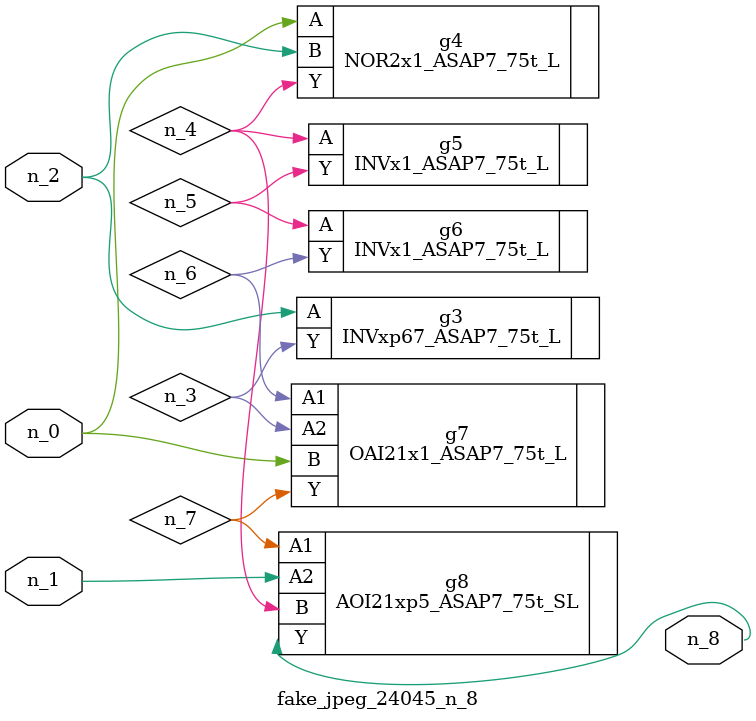
<source format=v>
module fake_jpeg_24045_n_8 (n_0, n_2, n_1, n_8);

input n_0;
input n_2;
input n_1;

output n_8;

wire n_3;
wire n_4;
wire n_6;
wire n_5;
wire n_7;

INVxp67_ASAP7_75t_L g3 ( 
.A(n_2),
.Y(n_3)
);

NOR2x1_ASAP7_75t_L g4 ( 
.A(n_0),
.B(n_2),
.Y(n_4)
);

INVx1_ASAP7_75t_L g5 ( 
.A(n_4),
.Y(n_5)
);

INVx1_ASAP7_75t_L g6 ( 
.A(n_5),
.Y(n_6)
);

OAI21x1_ASAP7_75t_L g7 ( 
.A1(n_6),
.A2(n_3),
.B(n_0),
.Y(n_7)
);

AOI21xp5_ASAP7_75t_SL g8 ( 
.A1(n_7),
.A2(n_1),
.B(n_4),
.Y(n_8)
);


endmodule
</source>
